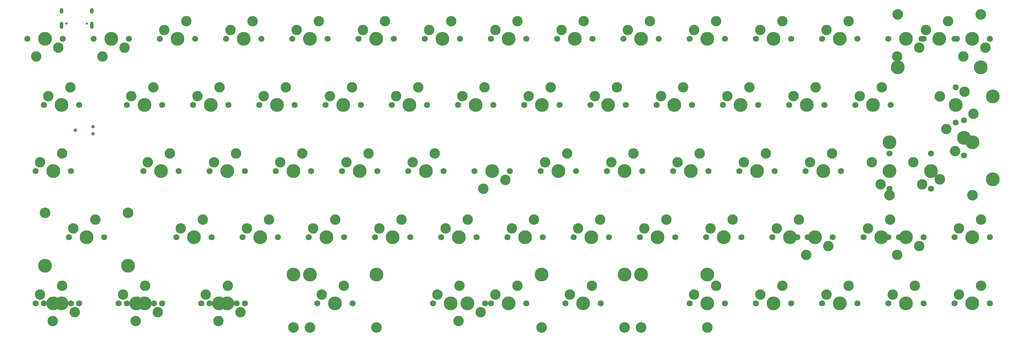
<source format=gbr>
G04 #@! TF.GenerationSoftware,KiCad,Pcbnew,(5.1.10)-1*
G04 #@! TF.CreationDate,2022-03-02T23:20:40+07:00*
G04 #@! TF.ProjectId,averange65,61766572-616e-4676-9536-352e6b696361,rev?*
G04 #@! TF.SameCoordinates,Original*
G04 #@! TF.FileFunction,Soldermask,Top*
G04 #@! TF.FilePolarity,Negative*
%FSLAX46Y46*%
G04 Gerber Fmt 4.6, Leading zero omitted, Abs format (unit mm)*
G04 Created by KiCad (PCBNEW (5.1.10)-1) date 2022-03-02 23:20:40*
%MOMM*%
%LPD*%
G01*
G04 APERTURE LIST*
%ADD10C,3.000000*%
%ADD11C,3.987800*%
%ADD12C,1.750000*%
%ADD13C,3.048000*%
%ADD14C,0.650000*%
%ADD15O,1.000000X2.100000*%
%ADD16O,1.000000X1.600000*%
%ADD17C,0.990600*%
G04 APERTURE END LIST*
D10*
X14287502Y-80962532D03*
D11*
X11747502Y-86042532D03*
D10*
X7937502Y-83502532D03*
D12*
X6667502Y-86042532D03*
X16827502Y-86042532D03*
D10*
X145256250Y-119062500D03*
D11*
X142716250Y-124142500D03*
D10*
X138906250Y-121602500D03*
D12*
X137636250Y-124142500D03*
X147796250Y-124142500D03*
D13*
X199866250Y-131127500D03*
X85566250Y-131127500D03*
D11*
X199866250Y-115887500D03*
X85566250Y-115887500D03*
D12*
X23336250Y-47942500D03*
X33496250Y-47942500D03*
D10*
X32226250Y-50482500D03*
D11*
X28416250Y-47942500D03*
D10*
X25876250Y-53022500D03*
D14*
X21343846Y-43542496D03*
X15563846Y-43542496D03*
D15*
X14133846Y-44072496D03*
X22773846Y-44072496D03*
D16*
X14133846Y-39892496D03*
X22773846Y-39892496D03*
D12*
X4286250Y-47942500D03*
X14446250Y-47942500D03*
D10*
X13176250Y-50482500D03*
D11*
X9366250Y-47942500D03*
D10*
X6826250Y-53022500D03*
X276384002Y-69532500D03*
D11*
X271304002Y-66992500D03*
D10*
X273844002Y-63182500D03*
D12*
X271304002Y-61912500D03*
X271304002Y-72072500D03*
X57308818Y-105092500D03*
X47148818Y-105092500D03*
D10*
X48418818Y-102552500D03*
D11*
X52228818Y-105092500D03*
D10*
X54768818Y-100012500D03*
D12*
X251936250Y-105092500D03*
X262096250Y-105092500D03*
D10*
X260826250Y-107632500D03*
D11*
X257016250Y-105092500D03*
D10*
X254476250Y-110172500D03*
X59213794Y-129222564D03*
D11*
X61753794Y-124142564D03*
D10*
X65563794Y-126682564D03*
D12*
X66833794Y-124142564D03*
X56673794Y-124142564D03*
D10*
X35401274Y-129222564D03*
D11*
X37941274Y-124142564D03*
D10*
X41751274Y-126682564D03*
D12*
X43021274Y-124142564D03*
X32861274Y-124142564D03*
D10*
X11588754Y-129222564D03*
D11*
X14128754Y-124142564D03*
D10*
X17938754Y-126682564D03*
D12*
X19208754Y-124142564D03*
X9048754Y-124142564D03*
X133508882Y-105092500D03*
X123348882Y-105092500D03*
D10*
X124618882Y-102552500D03*
D11*
X128428882Y-105092500D03*
D10*
X130968882Y-100012500D03*
D13*
X266700222Y-88455524D03*
X266700222Y-64579524D03*
D11*
X281940222Y-88455524D03*
X281940222Y-64579524D03*
X273685222Y-76517524D03*
D12*
X273685222Y-71437524D03*
D10*
X268605222Y-73977524D03*
X271145222Y-80327524D03*
D12*
X273685222Y-81597524D03*
D11*
X252222214Y-77787532D03*
X276098214Y-77787532D03*
D13*
X252222214Y-93027532D03*
X276098214Y-93027532D03*
D12*
X264160214Y-80962532D03*
X264160214Y-91122532D03*
D10*
X261620214Y-89852532D03*
D11*
X264160214Y-86042532D03*
D10*
X259080214Y-83502532D03*
X247173954Y-83502532D03*
D11*
X252253954Y-86042532D03*
D10*
X249713954Y-89852532D03*
D12*
X252253954Y-91122532D03*
X252253954Y-80962532D03*
X225742500Y-105092500D03*
X235902500Y-105092500D03*
D10*
X234632500Y-107632500D03*
D11*
X230822500Y-105092500D03*
D10*
X228282500Y-110172500D03*
D12*
X204946414Y-124142568D03*
X194786414Y-124142568D03*
D10*
X196056414Y-121602568D03*
D11*
X199866414Y-124142568D03*
D10*
X202406414Y-119062568D03*
D12*
X223996430Y-124142568D03*
X213836430Y-124142568D03*
D10*
X215106430Y-121602568D03*
D11*
X218916430Y-124142568D03*
D10*
X221456430Y-119062568D03*
D12*
X243046446Y-124142568D03*
X232886446Y-124142568D03*
D10*
X234156446Y-121602568D03*
D11*
X237966446Y-124142568D03*
D10*
X240506446Y-119062568D03*
D12*
X254952734Y-105092500D03*
X244792734Y-105092500D03*
D10*
X246062734Y-102552500D03*
D11*
X249872734Y-105092500D03*
D10*
X252412734Y-100012500D03*
D11*
X152210170Y-115887840D03*
X176086170Y-115887840D03*
D13*
X152210170Y-131127840D03*
X176086170Y-131127840D03*
D12*
X169228170Y-124142840D03*
X159068170Y-124142840D03*
D10*
X160338170Y-121602840D03*
D11*
X164148170Y-124142840D03*
D10*
X166688170Y-119062840D03*
D11*
X80772370Y-115887840D03*
X104648370Y-115887840D03*
D13*
X80772370Y-131127840D03*
X104648370Y-131127840D03*
D12*
X97790370Y-124142840D03*
X87630370Y-124142840D03*
D10*
X88900370Y-121602840D03*
D11*
X92710370Y-124142840D03*
D10*
X95250370Y-119062840D03*
D12*
X131128010Y-124142840D03*
X120968010Y-124142840D03*
D10*
X122238010Y-121602840D03*
D11*
X126048010Y-124142840D03*
D10*
X128588010Y-119062840D03*
D11*
X180810570Y-115888060D03*
X80810770Y-115888060D03*
D13*
X180810570Y-131128060D03*
X80810770Y-131128060D03*
D12*
X125730670Y-124143060D03*
X135890670Y-124143060D03*
D10*
X134620670Y-126683060D03*
D11*
X130810670Y-124143060D03*
D10*
X128270670Y-129223060D03*
D12*
X52546250Y-47942500D03*
X42386250Y-47942500D03*
D10*
X43656250Y-45402500D03*
D11*
X47466250Y-47942500D03*
D10*
X50006250Y-42862500D03*
D12*
X71596250Y-47942500D03*
X61436250Y-47942500D03*
D10*
X62706250Y-45402500D03*
D11*
X66516250Y-47942500D03*
D10*
X69056250Y-42862500D03*
D12*
X90646250Y-47942500D03*
X80486250Y-47942500D03*
D10*
X81756250Y-45402500D03*
D11*
X85566250Y-47942500D03*
D10*
X88106250Y-42862500D03*
D12*
X109696250Y-47942500D03*
X99536250Y-47942500D03*
D10*
X100806250Y-45402500D03*
D11*
X104616250Y-47942500D03*
D10*
X107156250Y-42862500D03*
D12*
X128746250Y-47942500D03*
X118586250Y-47942500D03*
D10*
X119856250Y-45402500D03*
D11*
X123666250Y-47942500D03*
D10*
X126206250Y-42862500D03*
D12*
X147796250Y-47942500D03*
X137636250Y-47942500D03*
D10*
X138906250Y-45402500D03*
D11*
X142716250Y-47942500D03*
D10*
X145256250Y-42862500D03*
D12*
X166846250Y-47942500D03*
X156686250Y-47942500D03*
D10*
X157956250Y-45402500D03*
D11*
X161766250Y-47942500D03*
D10*
X164306250Y-42862500D03*
D12*
X185896250Y-47942500D03*
X175736250Y-47942500D03*
D10*
X177006250Y-45402500D03*
D11*
X180816250Y-47942500D03*
D10*
X183356250Y-42862500D03*
D12*
X204946250Y-47942500D03*
X194786250Y-47942500D03*
D10*
X196056250Y-45402500D03*
D11*
X199866250Y-47942500D03*
D10*
X202406250Y-42862500D03*
D12*
X223996250Y-47942500D03*
X213836250Y-47942500D03*
D10*
X215106250Y-45402500D03*
D11*
X218916250Y-47942500D03*
D10*
X221456250Y-42862500D03*
D12*
X243046250Y-47942500D03*
X232886250Y-47942500D03*
D10*
X234156250Y-45402500D03*
D11*
X237966250Y-47942500D03*
D10*
X240506250Y-42862500D03*
D12*
X251936250Y-47942500D03*
X262096250Y-47942500D03*
D10*
X260826250Y-50482500D03*
D11*
X257016250Y-47942500D03*
D10*
X254476250Y-53022500D03*
D12*
X270986250Y-47942500D03*
X281146250Y-47942500D03*
D10*
X279876250Y-50482500D03*
D11*
X276066250Y-47942500D03*
D10*
X273526250Y-53022500D03*
D11*
X254603250Y-56197500D03*
X278479250Y-56197500D03*
D13*
X254603250Y-40957500D03*
X278479250Y-40957500D03*
D12*
X271621250Y-47942500D03*
X261461250Y-47942500D03*
D10*
X262731250Y-45402500D03*
D11*
X266541250Y-47942500D03*
D10*
X269081250Y-42862500D03*
D12*
X19208786Y-66992500D03*
X9048786Y-66992500D03*
D10*
X10318786Y-64452500D03*
D11*
X14128786Y-66992500D03*
D10*
X16668786Y-61912500D03*
D12*
X43021306Y-66992500D03*
X32861306Y-66992500D03*
D10*
X34131306Y-64452500D03*
D11*
X37941306Y-66992500D03*
D10*
X40481306Y-61912500D03*
D12*
X62071322Y-66992500D03*
X51911322Y-66992500D03*
D10*
X53181322Y-64452500D03*
D11*
X56991322Y-66992500D03*
D10*
X59531322Y-61912500D03*
D12*
X81121338Y-66992500D03*
X70961338Y-66992500D03*
D10*
X72231338Y-64452500D03*
D11*
X76041338Y-66992500D03*
D10*
X78581338Y-61912500D03*
D12*
X100171354Y-66992500D03*
X90011354Y-66992500D03*
D10*
X91281354Y-64452500D03*
D11*
X95091354Y-66992500D03*
D10*
X97631354Y-61912500D03*
D12*
X119221370Y-66992500D03*
X109061370Y-66992500D03*
D10*
X110331370Y-64452500D03*
D11*
X114141370Y-66992500D03*
D10*
X116681370Y-61912500D03*
D12*
X138271386Y-66992500D03*
X128111386Y-66992500D03*
D10*
X129381386Y-64452500D03*
D11*
X133191386Y-66992500D03*
D10*
X135731386Y-61912500D03*
D12*
X157321402Y-66992500D03*
X147161402Y-66992500D03*
D10*
X148431402Y-64452500D03*
D11*
X152241402Y-66992500D03*
D10*
X154781402Y-61912500D03*
D12*
X176371418Y-66992500D03*
X166211418Y-66992500D03*
D10*
X167481418Y-64452500D03*
D11*
X171291418Y-66992500D03*
D10*
X173831418Y-61912500D03*
D12*
X195421434Y-66992500D03*
X185261434Y-66992500D03*
D10*
X186531434Y-64452500D03*
D11*
X190341434Y-66992500D03*
D10*
X192881434Y-61912500D03*
D12*
X214471450Y-66992500D03*
X204311450Y-66992500D03*
D10*
X205581450Y-64452500D03*
D11*
X209391450Y-66992500D03*
D10*
X211931450Y-61912500D03*
D12*
X233521466Y-66992500D03*
X223361466Y-66992500D03*
D10*
X224631466Y-64452500D03*
D11*
X228441466Y-66992500D03*
D10*
X230981466Y-61912500D03*
D12*
X252571482Y-66992500D03*
X242411482Y-66992500D03*
D10*
X243681482Y-64452500D03*
D11*
X247491482Y-66992500D03*
D10*
X250031482Y-61912500D03*
D12*
X47783810Y-86042500D03*
X37623810Y-86042500D03*
D10*
X38893810Y-83502500D03*
D11*
X42703810Y-86042500D03*
D10*
X45243810Y-80962500D03*
D12*
X66833826Y-86042500D03*
X56673826Y-86042500D03*
D10*
X57943826Y-83502500D03*
D11*
X61753826Y-86042500D03*
D10*
X64293826Y-80962500D03*
D12*
X85883842Y-86042500D03*
X75723842Y-86042500D03*
D10*
X76993842Y-83502500D03*
D11*
X80803842Y-86042500D03*
D10*
X83343842Y-80962500D03*
D12*
X104933858Y-86042500D03*
X94773858Y-86042500D03*
D10*
X96043858Y-83502500D03*
D11*
X99853858Y-86042500D03*
D10*
X102393858Y-80962500D03*
D12*
X123983874Y-86042500D03*
X113823874Y-86042500D03*
D10*
X115093874Y-83502500D03*
D11*
X118903874Y-86042500D03*
D10*
X121443874Y-80962500D03*
D12*
X132873890Y-86042500D03*
X143033890Y-86042500D03*
D10*
X141763890Y-88582500D03*
D11*
X137953890Y-86042500D03*
D10*
X135413890Y-91122500D03*
D12*
X162083906Y-86042500D03*
X151923906Y-86042500D03*
D10*
X153193906Y-83502500D03*
D11*
X157003906Y-86042500D03*
D10*
X159543906Y-80962500D03*
D12*
X181133922Y-86042500D03*
X170973922Y-86042500D03*
D10*
X172243922Y-83502500D03*
D11*
X176053922Y-86042500D03*
D10*
X178593922Y-80962500D03*
D12*
X200183938Y-86042500D03*
X190023938Y-86042500D03*
D10*
X191293938Y-83502500D03*
D11*
X195103938Y-86042500D03*
D10*
X197643938Y-80962500D03*
D12*
X219233954Y-86042500D03*
X209073954Y-86042500D03*
D10*
X210343954Y-83502500D03*
D11*
X214153954Y-86042500D03*
D10*
X216693954Y-80962500D03*
D12*
X238283970Y-86042500D03*
X228123970Y-86042500D03*
D10*
X229393970Y-83502500D03*
D11*
X233203970Y-86042500D03*
D10*
X235743970Y-80962500D03*
D12*
X76358834Y-105092500D03*
X66198834Y-105092500D03*
D10*
X67468834Y-102552500D03*
D11*
X71278834Y-105092500D03*
D10*
X73818834Y-100012500D03*
D12*
X95408850Y-105092500D03*
X85248850Y-105092500D03*
D10*
X86518850Y-102552500D03*
D11*
X90328850Y-105092500D03*
D10*
X92868850Y-100012500D03*
D12*
X114458866Y-105092500D03*
X104298866Y-105092500D03*
D10*
X105568866Y-102552500D03*
D11*
X109378866Y-105092500D03*
D10*
X111918866Y-100012500D03*
D12*
X152558898Y-105092500D03*
X142398898Y-105092500D03*
D10*
X143668898Y-102552500D03*
D11*
X147478898Y-105092500D03*
D10*
X150018898Y-100012500D03*
D12*
X171608914Y-105092500D03*
X161448914Y-105092500D03*
D10*
X162718914Y-102552500D03*
D11*
X166528914Y-105092500D03*
D10*
X169068914Y-100012500D03*
D12*
X190658930Y-105092500D03*
X180498930Y-105092500D03*
D10*
X181768930Y-102552500D03*
D11*
X185578930Y-105092500D03*
D10*
X188118930Y-100012500D03*
D12*
X209708946Y-105092500D03*
X199548946Y-105092500D03*
D10*
X200818946Y-102552500D03*
D11*
X204628946Y-105092500D03*
D10*
X207168946Y-100012500D03*
D12*
X228758962Y-105092500D03*
X218598962Y-105092500D03*
D10*
X219868962Y-102552500D03*
D11*
X223678962Y-105092500D03*
D10*
X226218962Y-100012500D03*
D12*
X281146506Y-105092500D03*
X270986506Y-105092500D03*
D10*
X272256506Y-102552500D03*
D11*
X276066506Y-105092500D03*
D10*
X278606506Y-100012500D03*
D12*
X16827670Y-124143060D03*
X6667670Y-124143060D03*
D10*
X7937670Y-121603060D03*
D11*
X11747670Y-124143060D03*
D10*
X14287670Y-119063060D03*
D12*
X40640270Y-124142568D03*
X30480270Y-124142568D03*
D10*
X31750270Y-121602568D03*
D11*
X35560270Y-124142568D03*
D10*
X38100270Y-119062568D03*
D12*
X64452870Y-124143060D03*
X54292870Y-124143060D03*
D10*
X55562870Y-121603060D03*
D11*
X59372870Y-124143060D03*
D10*
X61912870Y-119063060D03*
D12*
X262097450Y-124143060D03*
X251937450Y-124143060D03*
D10*
X253207450Y-121603060D03*
D11*
X257017450Y-124143060D03*
D10*
X259557450Y-119063060D03*
D12*
X281147530Y-124143060D03*
X270987530Y-124143060D03*
D10*
X272257530Y-121603060D03*
D11*
X276067530Y-124143060D03*
D10*
X278607530Y-119063060D03*
D11*
X9334542Y-113347500D03*
X33210542Y-113347500D03*
D13*
X9334542Y-98107500D03*
X33210542Y-98107500D03*
D12*
X26352542Y-105092500D03*
X16192542Y-105092500D03*
D10*
X17462542Y-102552500D03*
D11*
X21272542Y-105092500D03*
D10*
X23812542Y-100012500D03*
D17*
X18033750Y-74320400D03*
X23113750Y-73304400D03*
X23113750Y-75336400D03*
M02*

</source>
